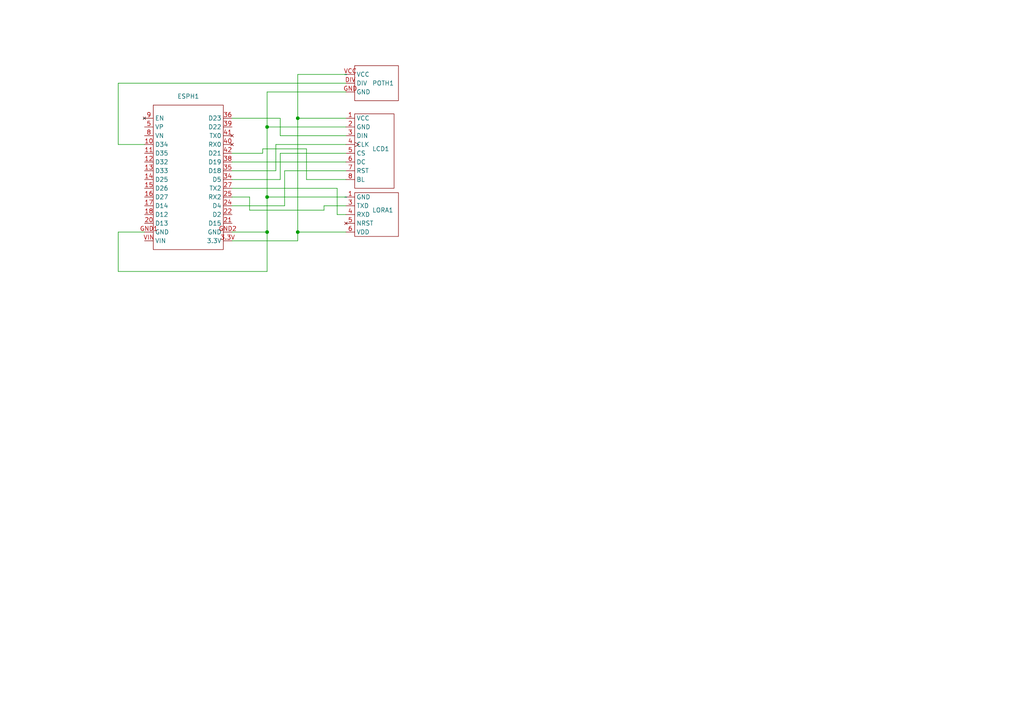
<source format=kicad_sch>
(kicad_sch (version 20230121) (generator eeschema)
  (paper "A4")
  (lib_symbols
    (symbol "ESP:ESP_Devkit_Header"
      (property "Reference" "ESPH" (at 0 20.32 0))
      (symbol "ESP_Devkit_Header_0_0"
        (pin bidirectional line (at -12.7 10.16 0) (length 2.54) (name "D34") (number "10"))
        (pin bidirectional line (at -12.7 7.62 0) (length 2.54) (name "D35") (number "11"))
        (pin bidirectional line (at -12.7 5.08 0) (length 2.54) (name "D32") (number "12"))
        (pin bidirectional line (at -12.7 2.54 0) (length 2.54) (name "D33") (number "13"))
        (pin bidirectional line (at -12.7 0 0) (length 2.54) (name "D25") (number "14"))
        (pin bidirectional line (at -12.7 -2.54 0) (length 2.54) (name "D26") (number "15"))
        (pin bidirectional line (at -12.7 -5.08 0) (length 2.54) (name "D27") (number "16"))
        (pin bidirectional line (at -12.7 -7.62 0) (length 2.54) (name "D14") (number "17"))
        (pin bidirectional line (at -12.7 -10.16 0) (length 2.54) (name "D12") (number "18"))
        (pin bidirectional line (at -12.7 -12.7 0) (length 2.54) (name "D13") (number "20"))
        (pin bidirectional line (at 12.7 -12.7 180) (length 2.54) (name "D15") (number "21"))
        (pin bidirectional line (at 12.7 -10.16 180) (length 2.54) (name "D2") (number "22"))
        (pin bidirectional line (at 12.7 -7.62 180) (length 2.54) (name "D4") (number "24"))
        (pin bidirectional line (at 12.7 -5.08 180) (length 2.54) (name "RX2") (number "25"))
        (pin bidirectional line (at 12.7 -2.54 180) (length 2.54) (name "TX2") (number "27"))
        (pin power_out line (at 12.7 -17.78 180) (length 2.54) (name "3.3V") (number "3.3V"))
        (pin bidirectional line (at 12.7 0 180) (length 2.54) (name "D5") (number "34"))
        (pin bidirectional line (at 12.7 2.54 180) (length 2.54) (name "D18") (number "35"))
        (pin bidirectional line (at 12.7 17.78 180) (length 2.54) (name "D23") (number "36"))
        (pin bidirectional line (at 12.7 5.08 180) (length 2.54) (name "D19") (number "38"))
        (pin bidirectional line (at 12.7 15.24 180) (length 2.54) (name "D22") (number "39"))
        (pin no_connect line (at 12.7 10.16 180) (length 2.54) (name "RX0") (number "40"))
        (pin no_connect line (at 12.7 12.7 180) (length 2.54) (name "TX0") (number "41"))
        (pin bidirectional line (at 12.7 7.62 180) (length 2.54) (name "D21") (number "42"))
        (pin bidirectional line (at -12.7 15.24 0) (length 2.54) (name "VP") (number "5"))
        (pin bidirectional line (at -12.7 12.7 0) (length 2.54) (name "VN") (number "8"))
        (pin no_connect line (at -12.7 17.78 0) (length 2.54) (name "EN") (number "9"))
        (pin power_in line (at -12.7 -15.24 0) (length 2.54) (name "GND") (number "GND1"))
        (pin power_in line (at 12.7 -15.24 180) (length 2.54) (name "GND") (number "GND2"))
        (pin power_in line (at -12.7 -17.78 0) (length 2.54) (name "VIN") (number "VIN"))
      )
      (symbol "ESP_Devkit_Header_0_1"
        (rectangle (start -10.16 21.59) (end 10.16 -20.32))
      )
    )
    (symbol "ESP:LCD_Module"
      (property "Reference" "LCD" (at 0 3.81 0))
      (symbol "LCD_Module_0_0"
        (pin power_in line (at 0 0 0) (length 2.54) (name "VCC") (number "1"))
        (pin power_in line (at 0 -2.54 0) (length 2.54) (name "GND") (number "2"))
        (pin input line (at 0 -5.08 0) (length 2.54) (name "DIN") (number "3"))
        (pin input clock (at 0 -7.62 0) (length 2.54) (name "CLK") (number "4"))
        (pin input line (at 0 -10.16 0) (length 2.54) (name "CS") (number "5"))
        (pin input line (at 0 -12.7 0) (length 2.54) (name "DC") (number "6"))
        (pin input line (at 0 -15.24 0) (length 2.54) (name "RST") (number "7"))
        (pin input line (at 0 -17.78 0) (length 2.54) (name "BL") (number "8"))
      )
      (symbol "LCD_Module_0_1"
        (rectangle (start 2.54 1.27) (end 13.97 -20.32))
      )
    )
    (symbol "ESP:LoRa_Module"
      (property "Reference" "LORA" (at 8.89 -3.81 90))
      (symbol "LoRa_Module_0_0"
        (pin power_in line (at 0 0 0) (length 2.54) (name "GND") (number "1"))
        (pin output line (at 0 -2.54 0) (length 2.54) (name "TXD") (number "3"))
        (pin input line (at 0 -5.08 0) (length 2.54) (name "RXD") (number "4"))
        (pin power_in line (at 0 -10.16 0) (length 2.54) (name "VDD") (number "6"))
      )
      (symbol "LoRa_Module_0_1"
        (rectangle (start 2.54 1.27) (end 15.24 -11.43))
      )
      (symbol "LoRa_Module_1_0"
        (pin no_connect line (at 0 -7.62 0) (length 2.54) (name "NRST") (number "5"))
      )
    )
    (symbol "ESP:Pot_Header"
      (property "Reference" "POTH" (at 11.43 -1.27 0))
      (symbol "Pot_Header_0_0"
        (pin output line (at 0 -2.54 0) (length 2.54) (name "DIV") (number "DIV"))
        (pin power_in line (at 0 -5.08 0) (length 2.54) (name "GND") (number "GND"))
        (pin power_in line (at 0 0 0) (length 2.54) (name "VCC") (number "VCC"))
      )
      (symbol "Pot_Header_0_1"
        (rectangle (start 2.54 2.54) (end 15.24 -7.62))
      )
    )
  )
  (junction (at 86.36 67.31))
  (junction (at 77.47 57.15))
  (junction (at 86.36 34.29))
  (junction (at 77.47 36.83))
  (junction (at 77.47 67.31))
  (wire (pts (xy 77.47 26.67) (xy 77.47 36.83)))
  (wire (pts (xy 93.98 60.96) (xy 72.39 60.96)))
  (wire (pts (xy 34.29 24.13) (xy 34.29 41.91)))
  (wire (pts (xy 81.28 34.29) (xy 81.28 39.37)))
  (wire (pts (xy 86.36 67.31) (xy 86.36 69.85)))
  (wire (pts (xy 67.31 52.07) (xy 81.28 52.07)))
  (wire (pts (xy 77.47 57.15) (xy 100.33 57.15)))
  (wire (pts (xy 77.47 67.31) (xy 67.31 67.31)))
  (wire (pts (xy 34.29 41.91) (xy 41.91 41.91)))
  (wire (pts (xy 100.33 59.69) (xy 93.98 59.69)))
  (wire (pts (xy 88.9 52.07) (xy 100.33 52.07)))
  (wire (pts (xy 81.28 44.45) (xy 100.33 44.45)))
  (wire (pts (xy 100.33 24.13) (xy 34.29 24.13)))
  (wire (pts (xy 72.39 57.15) (xy 67.31 57.15)))
  (wire (pts (xy 82.55 59.69) (xy 82.55 49.53)))
  (wire (pts (xy 81.28 52.07) (xy 81.28 44.45)))
  (wire (pts (xy 67.31 54.61) (xy 97.79 54.61)))
  (wire (pts (xy 72.39 60.96) (xy 72.39 57.15)))
  (wire (pts (xy 77.47 67.31) (xy 77.47 78.74)))
  (wire (pts (xy 82.55 49.53) (xy 100.33 49.53)))
  (wire (pts (xy 80.01 41.91) (xy 80.01 49.53)))
  (wire (pts (xy 93.98 59.69) (xy 93.98 60.96)))
  (wire (pts (xy 88.9 43.18) (xy 88.9 52.07)))
  (wire (pts (xy 80.01 49.53) (xy 67.31 49.53)))
  (wire (pts (xy 34.29 78.74) (xy 34.29 67.31)))
  (wire (pts (xy 86.36 21.59) (xy 100.33 21.59)))
  (wire (pts (xy 97.79 54.61) (xy 97.79 62.23)))
  (wire (pts (xy 67.31 34.29) (xy 81.28 34.29)))
  (wire (pts (xy 100.33 36.83) (xy 77.47 36.83)))
  (wire (pts (xy 86.36 34.29) (xy 100.33 34.29)))
  (wire (pts (xy 86.36 34.29) (xy 86.36 21.59)))
  (wire (pts (xy 34.29 78.74) (xy 77.47 78.74)))
  (wire (pts (xy 67.31 44.45) (xy 76.2 44.45)))
  (wire (pts (xy 77.47 57.15) (xy 77.47 67.31)))
  (wire (pts (xy 86.36 34.29) (xy 86.36 67.31)))
  (wire (pts (xy 67.31 69.85) (xy 86.36 69.85)))
  (wire (pts (xy 76.2 44.45) (xy 76.2 43.18)))
  (wire (pts (xy 76.2 43.18) (xy 88.9 43.18)))
  (wire (pts (xy 67.31 46.99) (xy 100.33 46.99)))
  (wire (pts (xy 100.33 26.67) (xy 77.47 26.67)))
  (wire (pts (xy 77.47 36.83) (xy 77.47 57.15)))
  (wire (pts (xy 97.79 62.23) (xy 100.33 62.23)))
  (wire (pts (xy 86.36 67.31) (xy 100.33 67.31)))
  (wire (pts (xy 100.33 41.91) (xy 80.01 41.91)))
  (wire (pts (xy 67.31 59.69) (xy 82.55 59.69)))
  (wire (pts (xy 34.29 67.31) (xy 41.91 67.31)))
  (wire (pts (xy 81.28 39.37) (xy 100.33 39.37)))
  (symbol (lib_id "ESP:ESP_Devkit_Header") (at 54.61 52.07 0) (unit 1)
    (property "Reference" "ESPH1" (at 54.61 27.94 0))
    (property "Value" "~" (at 41.91 34.29 0))
    (property "Footprint" "ESP:ESP_Header" (effects hide))
    (property "Datasheet" "https://circuits4you.com/wp-content/uploads/2018/12/ESP32-Pinout.jpg" (effects hide))
    (property "Sim.Enable" "0" (effects hide))
  )
  (symbol (lib_id "ESP:LoRa_Module") (at 100.33 57.15 0) (unit 1)
    (property "Reference" "LORA1" (at 107.95 60.96 0) (effects (justify left)))
    (property "Value" "~" (at 100.33 57.15 0))
    (property "Footprint" "ESP:LoRa Header" (effects hide))
    (property "Sim.Enable" "0" (effects hide))
  )
  (symbol (lib_id "ESP:LCD_Module") (at 100.33 34.29 0) (unit 1)
    (property "Reference" "LCD1" (at 107.95 43.18 0) (effects (justify left)))
    (property "Footprint" "ESP:LCD Module" (effects hide))
    (property "Datasheet" "https://www.waveshare.com/wiki/2inch_LCD_Module" (effects hide))
    (property "Sim.Enable" "0" (effects hide))
  )
  (symbol (lib_id "ESP:Pot_Header") (at 100.33 21.59 0) (unit 1)
    (property "Reference" "POTH1" (at 107.95 24.13 0) (effects (justify left)))
    (property "Value" "~" (at 100.33 21.59 0))
    (property "Footprint" "ESP:POT Header" (effects hide))
    (property "Sim.Enable" "0" (effects hide))
  )
)
</source>
